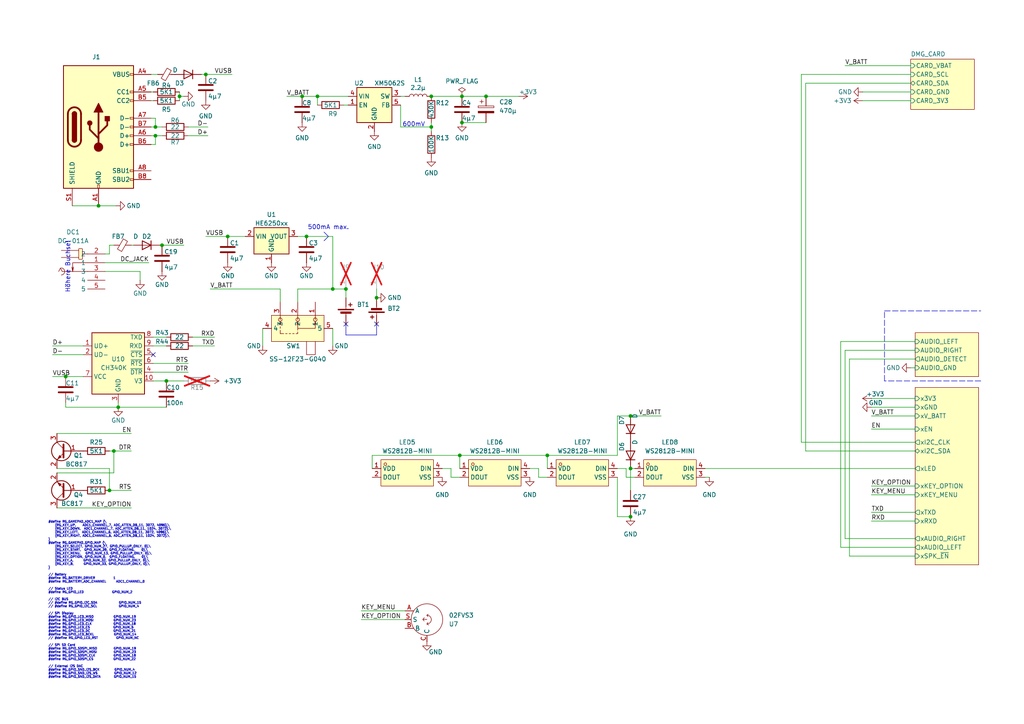
<source format=kicad_sch>
(kicad_sch (version 20231120) (generator "eeschema") (generator_version "8.0")
  (paper "A4")
  (lib_symbols
    (symbol "Connector:Conn_01x01_Pin" (pin_names (offset 1.016) hide)
      (property "Reference" "J" (at 0 2.54 0))
      (property "Value" "Conn_01x01_Pin" (at 0 -2.54 0))
      (symbol "Conn_01x01_Pin_1_1"
        (pin passive line (at 5.08 0 180) (length 3.81) (name "Pin_1") (number "1"))
      )
    )
    (symbol "Connector:USB_C_Receptacle_USB2.0_16P" (pin_names (offset 1.016))
      (property "Reference" "J" (at 0 22.225 0))
      (property "Value" "USB_C_Receptacle_USB2.0_16P" (at 0 19.685 0))
      (symbol "USB_C_Receptacle_USB2.0_16P_1_1"
        (pin passive line (at 0 -22.86 90) (length 5.08) (name "GND") (number "A1"))
        (pin passive line (at 0 -22.86 90) (length 5.08) hide (name "GND") (number "A12"))
        (pin passive line (at 15.24 15.24 180) (length 5.08) (name "VBUS") (number "A4"))
        (pin bidirectional line (at 15.24 10.16 180) (length 5.08) (name "CC1") (number "A5"))
        (pin bidirectional line (at 15.24 -2.54 180) (length 5.08) (name "D+") (number "A6"))
        (pin bidirectional line (at 15.24 2.54 180) (length 5.08) (name "D-") (number "A7"))
        (pin bidirectional line (at 15.24 -12.7 180) (length 5.08) (name "SBU1") (number "A8"))
        (pin passive line (at 15.24 15.24 180) (length 5.08) hide (name "VBUS") (number "A9"))
        (pin passive line (at 0 -22.86 90) (length 5.08) hide (name "GND") (number "B1"))
        (pin passive line (at 0 -22.86 90) (length 5.08) hide (name "GND") (number "B12"))
        (pin passive line (at 15.24 15.24 180) (length 5.08) hide (name "VBUS") (number "B4"))
        (pin bidirectional line (at 15.24 7.62 180) (length 5.08) (name "CC2") (number "B5"))
        (pin bidirectional line (at 15.24 -5.08 180) (length 5.08) (name "D+") (number "B6"))
        (pin bidirectional line (at 15.24 0 180) (length 5.08) (name "D-") (number "B7"))
        (pin bidirectional line (at 15.24 -15.24 180) (length 5.08) (name "SBU2") (number "B8"))
        (pin passive line (at 15.24 15.24 180) (length 5.08) hide (name "VBUS") (number "B9"))
        (pin passive line (at -7.62 -22.86 90) (length 5.08) (name "SHIELD") (number "S1"))
      )
    )
    (symbol "Device:Battery_Cell" (pin_numbers hide) (pin_names (offset 0) hide)
      (property "Reference" "BT" (at 2.54 2.54 0))
      (property "Value" "Battery_Cell" (at 2.54 0 0))
      (symbol "Battery_Cell_1_1"
        (pin passive line (at 0 5.08 270) (length 2.54) (name "+") (number "1"))
        (pin passive line (at 0 -2.54 90) (length 2.54) (name "-") (number "2"))
      )
    )
    (symbol "Device:C" (pin_numbers hide) (pin_names (offset 0.254))
      (property "Reference" "C" (at 0.635 2.54 0))
      (property "Value" "C" (at 0.635 -2.54 0))
      (symbol "C_1_1"
        (pin passive line (at 0 3.81 270) (length 2.794) (name "~") (number "1"))
        (pin passive line (at 0 -3.81 90) (length 2.794) (name "~") (number "2"))
      )
    )
    (symbol "Device:C_Polarized" (pin_numbers hide) (pin_names (offset 0.254))
      (property "Reference" "C" (at 0.635 2.54 0))
      (property "Value" "C_Polarized" (at 0.635 -2.54 0))
      (symbol "C_Polarized_1_1"
        (pin passive line (at 0 3.81 270) (length 2.794) (name "~") (number "1"))
        (pin passive line (at 0 -3.81 90) (length 2.794) (name "~") (number "2"))
      )
    )
    (symbol "Device:D" (pin_numbers hide) (pin_names (offset 1.016) hide)
      (property "Reference" "D" (at 0 2.54 0))
      (property "Value" "D" (at 0 -2.54 0))
      (symbol "D_1_1"
        (pin passive line (at -3.81 0 0) (length 2.54) (name "K") (number "1"))
        (pin passive line (at 3.81 0 180) (length 2.54) (name "A") (number "2"))
      )
    )
    (symbol "Device:FerriteBead_Small" (pin_numbers hide) (pin_names (offset 0))
      (property "Reference" "FB" (at 1.905 1.27 0))
      (property "Value" "FerriteBead_Small" (at 1.905 -1.27 0))
      (symbol "FerriteBead_Small_1_1"
        (pin passive line (at 0 2.54 270) (length 1.27) (name "~") (number "1"))
        (pin passive line (at 0 -2.54 90) (length 1.27) (name "~") (number "2"))
      )
    )
    (symbol "Device:L" (pin_numbers hide) (pin_names (offset 1.016) hide)
      (property "Reference" "L" (at -1.27 0 90))
      (property "Value" "L" (at 1.905 0 90))
      (symbol "L_1_1"
        (pin passive line (at 0 3.81 270) (length 1.27) (name "1") (number "1"))
        (pin passive line (at 0 -3.81 90) (length 1.27) (name "2") (number "2"))
      )
    )
    (symbol "Device:R" (pin_numbers hide) (pin_names (offset 0))
      (property "Reference" "R" (at 2.032 0 90))
      (property "Value" "R" (at 0 0 90))
      (symbol "R_1_1"
        (pin passive line (at 0 3.81 270) (length 1.27) (name "~") (number "1"))
        (pin passive line (at 0 -3.81 90) (length 1.27) (name "~") (number "2"))
      )
    )
    (symbol "Regulator_Linear:HT75xx-1-SOT89"
      (property "Reference" "U" (at -5.08 -3.81 0))
      (property "Value" "HT75xx-1-SOT89" (at 0 6.35 0))
      (symbol "HT75xx-1-SOT89_1_1"
        (pin power_in line (at 0 -5.08 90) (length 2.54) (name "GND") (number "1"))
        (pin power_in line (at -7.62 2.54 0) (length 2.54) (name "VIN") (number "2"))
        (pin power_out line (at 7.62 2.54 180) (length 2.54) (name "VOUT") (number "3"))
      )
    )
    (symbol "Regulator_Switching:TLV62568DBV"
      (property "Reference" "U" (at -5.08 6.35 0))
      (property "Value" "TLV62568DBV" (at 0 6.35 0))
      (symbol "TLV62568DBV_1_1"
        (pin input line (at -7.62 0 0) (length 2.54) (name "EN") (number "1"))
        (pin power_in line (at 0 -7.62 90) (length 2.54) (name "GND") (number "2"))
        (pin power_out line (at 7.62 2.54 180) (length 2.54) (name "SW") (number "3"))
        (pin power_in line (at -7.62 2.54 0) (length 2.54) (name "VIN") (number "4"))
        (pin input line (at 7.62 0 180) (length 2.54) (name "FB") (number "5"))
      )
    )
    (symbol "Transistor_BJT:BC817" (pin_names (offset 0) hide)
      (property "Reference" "Q" (at 5.08 1.905 0))
      (property "Value" "BC817" (at 5.08 0 0))
      (symbol "BC817_1_1"
        (pin input line (at -5.08 0 0) (length 5.715) (name "B") (number "1"))
        (pin passive line (at 2.54 -5.08 90) (length 2.54) (name "E") (number "2"))
        (pin passive line (at 2.54 5.08 270) (length 2.54) (name "C") (number "3"))
      )
    )
    (symbol "easyeda2kicad:DC-011A"
      (property "Reference" "DC" (at 0 7.62 0))
      (property "Value" "DC-011A" (at 0 -12.7 0))
      (symbol "DC-011A_0_1"
        (pin unspecified line (at 6.35 0 180) (length 5.08) (name "1") (number "1"))
        (pin unspecified line (at 6.35 2.54 180) (length 5.08) (name "2") (number "2"))
        (pin unspecified line (at 6.35 -2.54 180) (length 5.08) (name "3") (number "3"))
        (pin unspecified line (at 6.35 -5.08 180) (length 5.08) (name "4") (number "4"))
        (pin unspecified line (at 6.35 -7.62 180) (length 5.08) (name "5") (number "5"))
      )
    )
    (symbol "easyeda2kicad:SS-12F23-G040"
      (property "Reference" "SW" (at 0 5.08 0))
      (property "Value" "SS-12F23-G040" (at 0 -12.7 0))
      (symbol "SS-12F23-G040_0_1"
        (pin unspecified line (at -5.08 -7.62 90) (length 5.08) (name "1") (number "1"))
        (pin unspecified line (at 0 -7.62 90) (length 5.08) (name "2") (number "2"))
        (pin unspecified line (at 5.08 -7.62 90) (length 5.08) (name "3") (number "3"))
        (pin unspecified line (at 10.16 0 180) (length 2.54) (name "4") (number "4"))
        (pin unspecified line (at -10.16 0 0) (length 2.54) (name "5") (number "5"))
      )
    )
    (symbol "easyeda2kicad:WS2812B-MINI"
      (property "Reference" "LED" (at 0 6.35 0))
      (property "Value" "WS2812B-MINI" (at 0 -6.35 0))
      (symbol "WS2812B-MINI_0_1"
        (pin unspecified line (at -10.16 1.27 0) (length 2.54) (name "VDD") (number "1"))
        (pin unspecified line (at -10.16 -1.27 0) (length 2.54) (name "DOUT") (number "2"))
        (pin unspecified line (at 10.16 -1.27 180) (length 2.54) (name "VSS") (number "3"))
        (pin unspecified line (at 10.16 1.27 180) (length 2.54) (name "DIN") (number "4"))
      )
    )
    (symbol "power:+3V3" (power) (pin_numbers hide) (pin_names (offset 0) hide)
      (property "Value" "+3V3" (at 0 3.556 0))
      (symbol "+3V3_1_1"
        (pin power_in line (at 0 0 90) (length 0) (name "~") (number "1"))
      )
    )
    (symbol "power:GND" (power) (pin_numbers hide) (pin_names (offset 0) hide)
      (property "Value" "GND" (at 0 -3.81 0))
      (symbol "GND_1_1"
        (pin power_in line (at 0 0 270) (length 0) (name "~") (number "1"))
      )
    )
    (symbol "power:PWR_FLAG" (power) (pin_numbers hide) (pin_names (offset 0) hide)
      (property "Value" "PWR_FLAG" (at 0 3.81 0))
      (symbol "PWR_FLAG_0_0"
        (pin power_out line (at 0 0 90) (length 0) (name "pwr") (number "1"))
      )
    )
    (symbol "theBrutzler:02FVS3"
      (property "Reference" "U" (at 0 7.62 0))
      (property "Value" "02FVS3" (at 0 10.16 0))
      (symbol "02FVS3_1_1"
        (pin open_collector line (at 6.35 5.08 180) (length 2.4) (name "A") (number "A"))
        (pin open_collector line (at 6.35 0 180) (length 2.4) (name "B") (number "B"))
        (pin power_in line (at 0 -3.81 90) (length 1.7) (name "C") (number "C"))
        (pin open_collector line (at 6.35 2.54 180) (length 1.7) (name "S") (number "S"))
      )
    )
    (symbol "theBrutzler:CH340K"
      (property "Reference" "U4" (at -1.27 -2.54 0))
      (property "Value" "CH340K" (at -1.27 -5.08 0))
      (symbol "CH340K_1_1"
        (pin bidirectional line (at -10.16 1.27 0) (length 2.54) (name "UD+") (number "1"))
        (pin passive line (at 10.16 -8.89 180) (length 2.54) (name "V3") (number "10"))
        (pin bidirectional line (at -10.16 -1.27 0) (length 2.54) (name "UD-") (number "2"))
        (pin power_in line (at 0 -15.24 90) (length 2.54) (name "GND") (number "3"))
        (pin output line (at 10.16 -6.35 180) (length 2.54) (name "~{DTR}") (number "4"))
        (pin input line (at 10.16 -1.27 180) (length 2.54) (name "~{CTS}") (number "5"))
        (pin output line (at 10.16 -3.81 180) (length 2.54) (name "~{RTS}") (number "6"))
        (pin power_in line (at -10.16 -7.62 0) (length 2.54) (name "VCC") (number "7"))
        (pin output line (at 10.16 3.81 180) (length 2.54) (name "TXD") (number "8"))
        (pin input line (at 10.16 1.27 180) (length 2.54) (name "RXD") (number "9"))
        (pin power_in line (at 0 -15.24 90) (length 2.54) hide (name "GND") (number "PAD"))
      )
    )
  )
  (junction (at 133.35 132.08))
  (junction (at 133.985 35.56))
  (junction (at 87.63 27.94))
  (junction (at 125.095 36.83) (diameter 0.9144))
  (junction (at 100.33 83.82))
  (junction (at 48.26 110.49))
  (junction (at 92.075 27.94))
  (junction (at 31.75 142.24))
  (junction (at 140.97 27.94))
  (junction (at 182.88 149.86))
  (junction (at 46.99 71.12))
  (junction (at 133.985 27.94) (diameter 0.9144))
  (junction (at 66.04 68.58))
  (junction (at 34.29 118.11))
  (junction (at 45.085 36.83))
  (junction (at 52.07 27.94))
  (junction (at 33.02 130.81))
  (junction (at 158.75 132.08))
  (junction (at 59.69 21.59))
  (junction (at 28.575 59.69))
  (junction (at 109.22 86.36))
  (junction (at 182.88 135.89))
  (junction (at 88.9 68.58))
  (junction (at 19.05 109.22))
  (junction (at 96.52 83.82))
  (junction (at 125.095 27.94))
  (junction (at 182.88 120.65))
  (junction (at 45.085 39.37))
  (no_connect (at 109.22 93.98))
  (no_connect (at 100.33 93.98))
  (no_connect (at 44.45 102.87))
  (wire (pts (xy 265.43 128.27) (xy 232.41 128.27)))
  (wire (pts (xy 86.36 83.82) (xy 96.52 83.82)))
  (wire (pts (xy 38.1 71.12) (xy 38.735 71.12)))
  (wire (pts (xy 179.07 138.43) (xy 179.07 149.86)))
  (wire (pts (xy 133.35 132.08) (xy 133.35 135.89)))
  (wire (pts (xy 245.11 156.21) (xy 245.11 101.6)))
  (wire (pts (xy 31.75 142.24) (xy 38.1 142.24)))
  (wire (pts (xy 76.2 95.25) (xy 76.2 100.33)))
  (wire (pts (xy 92.075 27.94) (xy 100.965 27.94)))
  (wire (pts (xy 45.085 34.29) (xy 45.085 36.83)))
  (wire (pts (xy 44.45 110.49) (xy 48.26 110.49)))
  (wire (pts (xy 38.1 147.32) (xy 16.51 147.32)))
  (wire (pts (xy 96.52 68.58) (xy 96.52 83.82)))
  (wire (pts (xy 53.34 27.94) (xy 52.07 27.94)))
  (wire (pts (xy 181.61 138.43) (xy 184.15 138.43)))
  (wire (pts (xy 31.75 71.12) (xy 31.75 73.66)))
  (wire (pts (xy 52.07 27.94) (xy 52.07 29.21)))
  (wire (pts (xy 130.81 138.43) (xy 133.35 138.43)))
  (wire (pts (xy 252.73 140.97) (xy 265.43 140.97)))
  (wire (pts (xy 246.38 104.14) (xy 246.38 161.29)))
  (wire (pts (xy 44.45 100.33) (xy 48.26 100.33)))
  (wire (pts (xy 59.69 21.59) (xy 67.31 21.59)))
  (wire (pts (xy 83.185 27.94) (xy 87.63 27.94)))
  (wire (pts (xy 43.815 21.59) (xy 45.72 21.59)))
  (wire (pts (xy 86.36 68.58) (xy 88.9 68.58)))
  (wire (pts (xy 55.88 100.33) (xy 62.23 100.33)))
  (wire (pts (xy 30.48 76.2) (xy 43.18 76.2)))
  (wire (pts (xy 53.34 110.49) (xy 48.26 110.49)))
  (wire (pts (xy 20.955 59.69) (xy 28.575 59.69)))
  (polyline (pts (xy 93.98 67.31) (xy 95.25 68.58)))
  (wire (pts (xy 179.07 132.08) (xy 179.07 120.65)))
  (wire (pts (xy 243.84 158.75) (xy 265.43 158.75)))
  (wire (pts (xy 245.11 101.6) (xy 265.43 101.6)))
  (wire (pts (xy 44.45 105.41) (xy 54.61 105.41)))
  (wire (pts (xy 233.68 130.81) (xy 265.43 130.81)))
  (wire (pts (xy 156.21 135.89) (xy 156.21 138.43)))
  (wire (pts (xy 30.48 78.74) (xy 40.64 78.74)))
  (wire (pts (xy 125.095 36.83) (xy 125.095 38.1)))
  (wire (pts (xy 104.775 179.705) (xy 117.475 179.705)))
  (wire (pts (xy 31.75 130.81) (xy 33.02 130.81)))
  (wire (pts (xy 15.24 109.22) (xy 19.05 109.22)))
  (wire (pts (xy 16.51 135.89) (xy 31.75 135.89)))
  (polyline (pts (xy 256.54 90.17) (xy 284.48 90.17)) (stroke (width 0) (type dash)))
  (wire (pts (xy 54.61 36.83) (xy 60.325 36.83)))
  (wire (pts (xy 19.05 118.11) (xy 19.05 116.84)))
  (wire (pts (xy 15.24 102.87) (xy 24.13 102.87)))
  (wire (pts (xy 252.73 118.11) (xy 265.43 118.11)))
  (wire (pts (xy 45.085 39.37) (xy 45.085 41.91)))
  (wire (pts (xy 31.75 73.66) (xy 30.48 73.66)))
  (wire (pts (xy 252.73 148.59) (xy 265.43 148.59)))
  (wire (pts (xy 233.68 24.13) (xy 264.16 24.13)))
  (wire (pts (xy 264.16 106.68) (xy 265.43 106.68)))
  (wire (pts (xy 33.02 130.81) (xy 33.02 137.16)))
  (wire (pts (xy 15.24 100.33) (xy 24.13 100.33)))
  (wire (pts (xy 243.84 99.06) (xy 243.84 158.75)))
  (wire (pts (xy 252.73 124.46) (xy 265.43 124.46)))
  (wire (pts (xy 55.88 97.79) (xy 62.23 97.79)))
  (wire (pts (xy 43.815 39.37) (xy 45.085 39.37)))
  (wire (pts (xy 45.085 36.83) (xy 46.99 36.83)))
  (wire (pts (xy 43.815 36.83) (xy 45.085 36.83)))
  (wire (pts (xy 252.73 143.51) (xy 265.43 143.51)))
  (wire (pts (xy 43.815 29.21) (xy 44.45 29.21)))
  (wire (pts (xy 81.28 87.63) (xy 81.28 83.82)))
  (wire (pts (xy 265.43 104.14) (xy 246.38 104.14)))
  (wire (pts (xy 232.41 21.59) (xy 264.16 21.59)))
  (wire (pts (xy 233.68 24.13) (xy 233.68 130.81)))
  (wire (pts (xy 158.75 132.08) (xy 179.07 132.08)))
  (wire (pts (xy 28.575 59.69) (xy 33.655 59.69)))
  (wire (pts (xy 44.45 97.79) (xy 48.26 97.79)))
  (wire (pts (xy 250.19 26.67) (xy 264.16 26.67)))
  (wire (pts (xy 58.42 21.59) (xy 59.69 21.59)))
  (wire (pts (xy 86.36 83.82) (xy 86.36 87.63)))
  (wire (pts (xy 133.35 132.08) (xy 158.75 132.08)))
  (wire (pts (xy 140.97 27.94) (xy 133.985 27.94)))
  (wire (pts (xy 232.41 128.27) (xy 232.41 21.59)))
  (wire (pts (xy 46.99 71.12) (xy 53.34 71.12)))
  (wire (pts (xy 99.695 30.48) (xy 100.965 30.48)))
  (wire (pts (xy 153.67 135.89) (xy 156.21 135.89)))
  (wire (pts (xy 265.43 156.21) (xy 245.11 156.21)))
  (wire (pts (xy 179.07 120.65) (xy 182.88 120.65)))
  (wire (pts (xy 109.22 83.82) (xy 109.22 86.36)))
  (wire (pts (xy 130.81 135.89) (xy 130.81 138.43)))
  (wire (pts (xy 33.02 71.12) (xy 31.75 71.12)))
  (polyline (pts (xy 100.33 97.155) (xy 109.22 97.155)))
  (wire (pts (xy 31.75 135.89) (xy 31.75 142.24)))
  (wire (pts (xy 46.355 71.12) (xy 46.99 71.12)))
  (wire (pts (xy 48.26 118.11) (xy 34.29 118.11)))
  (wire (pts (xy 182.88 142.24) (xy 182.88 135.89)))
  (wire (pts (xy 43.815 26.67) (xy 44.45 26.67)))
  (wire (pts (xy 252.73 151.13) (xy 265.43 151.13)))
  (wire (pts (xy 104.775 177.165) (xy 117.475 177.165)))
  (wire (pts (xy 156.21 138.43) (xy 158.75 138.43)))
  (wire (pts (xy 59.69 68.58) (xy 66.04 68.58)))
  (wire (pts (xy 96.52 95.25) (xy 96.52 100.33)))
  (wire (pts (xy 205.74 138.43) (xy 204.47 138.43)))
  (wire (pts (xy 100.33 86.36) (xy 100.33 83.82)))
  (wire (pts (xy 45.085 39.37) (xy 46.99 39.37)))
  (polyline (pts (xy 100.33 93.98) (xy 100.33 97.155)))
  (wire (pts (xy 252.73 115.57) (xy 265.43 115.57)))
  (wire (pts (xy 43.815 34.29) (xy 45.085 34.29)))
  (wire (pts (xy 128.27 135.89) (xy 130.81 135.89)))
  (wire (pts (xy 88.9 68.58) (xy 96.52 68.58)))
  (wire (pts (xy 44.45 107.95) (xy 54.61 107.95)))
  (wire (pts (xy 116.205 30.48) (xy 116.205 36.83)))
  (wire (pts (xy 265.43 99.06) (xy 243.84 99.06)))
  (wire (pts (xy 252.73 120.65) (xy 265.43 120.65)))
  (wire (pts (xy 34.29 118.11) (xy 19.05 118.11)))
  (wire (pts (xy 250.19 29.21) (xy 264.16 29.21)))
  (wire (pts (xy 19.05 109.22) (xy 24.13 109.22)))
  (wire (pts (xy 16.51 125.73) (xy 38.1 125.73)))
  (polyline (pts (xy 93.98 69.85) (xy 95.25 68.58)))
  (wire (pts (xy 117.475 27.94) (xy 116.205 27.94)))
  (wire (pts (xy 92.075 27.94) (xy 92.075 30.48)))
  (wire (pts (xy 191.77 120.65) (xy 182.88 120.65)))
  (polyline (pts (xy 256.54 110.49) (xy 256.54 90.17)) (stroke (width 0) (type dash)))
  (wire (pts (xy 179.07 135.89) (xy 181.61 135.89)))
  (wire (pts (xy 182.88 135.89) (xy 184.15 135.89)))
  (wire (pts (xy 125.095 27.94) (xy 133.985 27.94)))
  (wire (pts (xy 34.29 118.11) (xy 34.29 116.84)))
  (wire (pts (xy 66.04 68.58) (xy 71.12 68.58)))
  (wire (pts (xy 150.495 27.94) (xy 140.97 27.94)))
  (wire (pts (xy 96.52 83.82) (xy 100.33 83.82)))
  (wire (pts (xy 245.11 19.05) (xy 264.16 19.05)))
  (wire (pts (xy 158.75 132.08) (xy 158.75 135.89)))
  (wire (pts (xy 54.61 39.37) (xy 60.325 39.37)))
  (wire (pts (xy 33.02 130.81) (xy 38.1 130.81)))
  (polyline (pts (xy 284.48 110.49) (xy 256.54 110.49)) (stroke (width 0) (type dash)))
  (wire (pts (xy 133.985 35.56) (xy 140.97 35.56)))
  (wire (pts (xy 179.07 149.86) (xy 182.88 149.86)))
  (wire (pts (xy 87.63 27.94) (xy 92.075 27.94)))
  (wire (pts (xy 60.96 83.82) (xy 81.28 83.82)))
  (wire (pts (xy 116.205 36.83) (xy 125.095 36.83)))
  (polyline (pts (xy 109.22 93.98) (xy 109.22 97.155)))
  (wire (pts (xy 204.47 135.89) (xy 265.43 135.89)))
  (wire (pts (xy 43.815 41.91) (xy 45.085 41.91)))
  (wire (pts (xy 181.61 135.89) (xy 181.61 138.43)))
  (wire (pts (xy 107.95 135.89) (xy 107.95 132.08)))
  (wire (pts (xy 125.095 35.56) (xy 125.095 36.83)))
  (wire (pts (xy 16.51 137.16) (xy 33.02 137.16)))
  (wire (pts (xy 40.64 81.28) (xy 40.64 78.74)))
  (wire (pts (xy 52.07 26.67) (xy 52.07 27.94)))
  (wire (pts (xy 107.95 132.08) (xy 133.35 132.08)))
  (wire (pts (xy 246.38 161.29) (xy 265.43 161.29)))
  (text "600mV" (at 120.015 36.195 0) (effects (font (size 1.27 1.27))))
  (text "#define RG_GAMEPAD_ADC1_MAP {\\\n    {RG_KEY_UP,    ADC1_CHANNEL_7, ADC_ATTEN_DB_11, 3072, 4096},\\\n    {RG_KEY_DOWN,  ADC1_CHANNEL_7, ADC_ATTEN_DB_11, 1024, 3072},\\\n    {RG_KEY_LEFT,  ADC1_CHANNEL_6, ADC_ATTEN_DB_11, 3072, 4096},\\\n    {RG_KEY_RIGHT, ADC1_CHANNEL_6, ADC_ATTEN_DB_11, 1024, 3072},\\\n}\n#define RG_GAMEPAD_GPIO_MAP {\\\n    {RG_KEY_SELECT, GPIO_NUM_27, GPIO_PULLUP_ONLY, 0},\\\n    {RG_KEY_START,  GPIO_NUM_39, GPIO_FLOATING,    0},\\\n    {RG_KEY_MENU,   GPIO_NUM_13, GPIO_PULLUP_ONLY, 0},\\\n    {RG_KEY_OPTION, GPIO_NUM_0,  GPIO_FLOATING,    0},\\\n    {RG_KEY_A,      GPIO_NUM_32, GPIO_PULLUP_ONLY, 0},\\\n    {RG_KEY_B,      GPIO_NUM_33, GPIO_PULLUP_ONLY, 0},\\\n}\n\n// Battery\n#define RG_BATTERY_DRIVER           1\n#define RG_BATTERY_ADC_CHANNEL      ADC1_CHANNEL_0\n\n// Status LED\n#define RG_GPIO_LED                 GPIO_NUM_2\n\n// I2C BUS\n// #define RG_GPIO_I2C_SDA             GPIO_NUM_15\n// #define RG_GPIO_I2C_SCL             GPIO_NUM_4\n\n// SPI Display\n#define RG_GPIO_LCD_MISO            GPIO_NUM_19\n#define RG_GPIO_LCD_MOSI            GPIO_NUM_23\n#define RG_GPIO_LCD_CLK             GPIO_NUM_18\n#define RG_GPIO_LCD_CS              GPIO_NUM_5\n#define RG_GPIO_LCD_DC              GPIO_NUM_21\n#define RG_GPIO_LCD_BCKL            GPIO_NUM_14\n// #define RG_GPIO_LCD_RST           GPIO_NUM_NC\n\n// SPI SD Card\n#define RG_GPIO_SDSPI_MISO          GPIO_NUM_19\n#define RG_GPIO_SDSPI_MOSI          GPIO_NUM_23\n#define RG_GPIO_SDSPI_CLK           GPIO_NUM_18\n#define RG_GPIO_SDSPI_CS            GPIO_NUM_22\n\n// External I2S DAC\n#define RG_GPIO_SND_I2S_BCK         GPIO_NUM_4\n#define RG_GPIO_SND_I2S_WS          GPIO_NUM_12\n#define RG_GPIO_SND_I2S_DATA        GPIO_NUM_15" (at 13.97 173.99 0) (effects (font (size 0.635 0.635)) (justify left)))
  (text "500mA max." (at 95.25 66.04 0) (effects (font (size 1.27 1.27))))
  (text "Höhere Buchse!" (at 19.685 77.47 90) (effects (font (size 1.27 1.27))))
  (label "VUSB" (at 15.24 109.22 0))
  (label "RXD" (at 62.23 97.79 180))
  (label "EN" (at 252.73 124.46 0))
  (label "DTR" (at 54.61 107.95 180))
  (label "VUSB" (at 59.69 68.58 0))
  (label "D+" (at 15.24 100.33 0))
  (label "TXD" (at 62.23 100.33 180))
  (label "EN" (at 38.1 125.73 180))
  (label "DTR" (at 38.1 130.81 180))
  (label "V_BATT" (at 191.77 120.65 180))
  (label "RXD" (at 252.73 151.13 0))
  (label "DC_JACK" (at 43.18 76.2 180))
  (label "KEY_OPTION" (at 104.775 179.705 0))
  (label "V_BATT" (at 83.185 27.94 0))
  (label "KEY_MENU" (at 104.775 177.165 0))
  (label "D-" (at 15.24 102.87 0))
  (label "RTS" (at 38.1 142.24 180))
  (label "V_BATT" (at 252.73 120.65 0))
  (label "RTS" (at 54.61 105.41 180))
  (label "KEY_OPTION" (at 252.73 140.97 0))
  (label "V_BATT" (at 60.96 83.82 0))
  (label "VUSB" (at 53.34 71.12 180))
  (label "KEY_MENU" (at 252.73 143.51 0))
  (label "KEY_OPTION" (at 38.1 147.32 180))
  (label "D-" (at 60.325 36.83 180))
  (label "V_BATT" (at 245.11 19.05 0))
  (label "TXD" (at 252.73 148.59 0))
  (label "D+" (at 60.325 39.37 180))
  (label "VUSB" (at 67.31 21.59 180))
  (symbol (lib_id "easyeda2kicad:DC-011A") (at 24.13 76.2 0) (unit 1)
    (property "Reference" "DC1" (at 21.21 67.31 0))
    (property "Value" "DC-011A" (at 21.21 69.85 0))
    (property "Footprint" "easyeda2kicad:DC-IN-TH_DC-011A" (effects (hide yes)))
    (property "Datasheet" "https://www.lcsc.com/datasheet/lcsc_datasheet_2110111230_XKB-Connection-DC-011A_C480366.pdf" (effects (hide yes)))
    (property "SOURCED" "jop" (effects (hide yes)))
    (property "LCSC" "C480366" (effects (hide yes)))
  )
  (symbol (lib_id "Connector:Conn_01x01_Pin") (at 100.33 78.74 270) (unit 1) (dnp yes)
    (property "Reference" "J9" (at 99.06 77.47 90) (effects (justify left)))
    (property "Value" "Conn_01x01_Pin" (effects (hide yes)))
    (property "Footprint" "TheBrutzlers_Lib:NINTENDO_PLUS" (effects (hide yes)))
    (property "Description" "Generic connector, single row, 01x01, script generated" (effects (hide yes)))
  )
  (symbol (lib_id "power:GND") (at 128.27 138.43 0) (unit 1)
    (property "Reference" "#PWR057" (effects (hide yes)))
    (property "Value" "GND" (at 128.27 143.51 0))
    (property "Description" "Power symbol creates a global label with name \"GND\" , ground" (effects (hide yes)))
  )
  (symbol (lib_id "power:GND") (at 205.74 138.43 0) (unit 1)
    (property "Reference" "#PWR059" (effects (hide yes)))
    (property "Value" "GND" (at 205.74 143.51 0))
    (property "Description" "Power symbol creates a global label with name \"GND\" , ground" (effects (hide yes)))
  )
  (symbol (lib_id "Device:C") (at 19.05 113.03 0) (unit 1)
    (property "Reference" "C11" (at 19.05 111.125 0) (effects (justify left)))
    (property "Value" "4µ7" (at 19.05 115.57 0) (effects (justify left)))
    (property "Footprint" "Capacitor_SMD:C_1206_3216Metric" (effects (hide yes)))
    (property "Description" "25V" (effects (hide yes)))
    (property "LCSC" "C282809" (effects (hide yes)))
    (property "SOURCED" "jop" (effects (hide yes)))
  )
  (symbol (lib_id "Device:C") (at 59.69 25.4 0) (unit 1)
    (property "Reference" "C2" (at 60.325 23.495 0) (effects (justify left)))
    (property "Value" "4µ7" (at 60.325 27.94 0) (effects (justify left)))
    (property "Footprint" "Capacitor_SMD:C_1206_3216Metric" (effects (hide yes)))
    (property "Description" "25V" (effects (hide yes)))
    (property "LCSC" "C282809" (effects (hide yes)))
    (property "SOURCED" "jop" (effects (hide yes)))
  )
  (symbol (lib_id "Regulator_Switching:TLV62568DBV") (at 108.585 30.48 0) (unit 1)
    (property "Reference" "U2" (at 104.14 24.13 0))
    (property "Value" "XM5062S" (at 113.03 24.13 0))
    (property "Footprint" "Package_TO_SOT_SMD:SOT-23-5" (effects (hide yes)))
    (property "Datasheet" "https://datasheet.lcsc.com/lcsc/2111231130_XySemi-XM5062S-ADJ_C2924930.pdf" (effects (hide yes)))
    (property "LCSC" "C2924930" (effects (hide yes)))
    (property "SOURCED" "jop" (effects (hide yes)))
  )
  (symbol (lib_id "power:GND") (at 252.73 118.11 270) (mirror x) (unit 1)
    (property "Reference" "#PWR053" (effects (hide yes)))
    (property "Value" "GND" (at 254 116.84 90))
  )
  (symbol (lib_id "Device:R") (at 50.8 39.37 90) (unit 1)
    (property "Reference" "R7" (at 50.8 41.275 90))
    (property "Value" "22" (at 50.8 39.37 90))
    (property "Footprint" "Resistor_SMD:R_0603_1608Metric_Pad0.98x0.95mm_HandSolder" (effects (hide yes)))
    (property "LCSC" "C1203" (effects (hide yes)))
    (property "SOURCED" "jop" (effects (hide yes)))
  )
  (symbol (lib_id "Device:R") (at 52.07 100.33 270) (unit 1)
    (property "Reference" "R44" (at 46.99 99.06 90))
    (property "Value" "22" (at 52.07 100.33 90))
    (property "Footprint" "Resistor_SMD:R_0603_1608Metric_Pad0.98x0.95mm_HandSolder" (effects (hide yes)))
    (property "LCSC" "C1203" (effects (hide yes)))
    (property "SOURCED" "jop" (effects (hide yes)))
  )
  (symbol (lib_id "Device:R") (at 27.94 142.24 270) (unit 1)
    (property "Reference" "R31" (at 27.94 139.7 90))
    (property "Value" "5K1" (at 27.94 142.24 90))
    (property "Footprint" "Resistor_SMD:R_0603_1608Metric_Pad0.98x0.95mm_HandSolder" (effects (hide yes)))
    (property "LCSC" "C26000" (effects (hide yes)))
    (property "SOURCED" "jop" (effects (hide yes)))
  )
  (symbol (lib_id "easyeda2kicad:WS2812B-MINI") (at 168.91 137.16 0) (unit 1)
    (property "Reference" "LED7" (at 168.91 128.27 0))
    (property "Value" "WS2812B-MINI" (at 168.91 130.81 0))
    (property "Footprint" "easyeda2kicad:LED-SMD_4P-L3.5-W3.5-TL_WS2812B" (effects (hide yes)))
    (property "Datasheet" "https://lcsc.com/product-detail/Light-Emitting-Diodes-LED_Worldsemi-WS2812B-Mini_C527089.html" (effects (hide yes)))
    (property "LCSC" "C527089" (effects (hide yes)))
  )
  (symbol (lib_id "Regulator_Linear:HT75xx-1-SOT89") (at 78.74 71.12 0) (unit 1)
    (property "Reference" "U1" (at 78.74 62.23 0))
    (property "Value" "HE6250xx" (at 78.74 64.77 0))
    (property "Footprint" "Package_TO_SOT_SMD:SOT-89-3" (effects (hide yes)))
    (property "Datasheet" "https://www.lcsc.com/datasheet/lcsc_datasheet_2007271206_HEERMICR-HE6250MPR_C711940.pdf" (effects (hide yes)))
    (property "Description" "500mA Low Dropout Voltage Regulator, Fixed Output, SOT89" (effects (hide yes)))
    (property "LCSC" "C711940" (effects (hide yes)))
    (property "SOURCED" "jop" (effects (hide yes)))
  )
  (symbol (lib_id "power:GND") (at 264.16 106.68 270) (mirror x) (unit 1)
    (property "Reference" "#PWR031" (effects (hide yes)))
    (property "Value" "GND" (at 259.08 106.68 90))
  )
  (symbol (lib_id "Device:FerriteBead_Small") (at 35.56 71.12 90) (unit 1)
    (property "Reference" "FB7" (at 34.29 68.58 90))
    (property "Value" "FerriteBead_Small" (effects (hide yes)))
    (property "Footprint" "Inductor_SMD:L_0805_2012Metric" (effects (hide yes)))
    (property "Description" "600R 100MHz 100mOhm 2Amp" (effects (hide yes)))
    (property "LCSC" "C963878" (effects (hide yes)))
    (property "SOURCED" "jop" (effects (hide yes)))
  )
  (symbol (lib_id "power:GND") (at 59.69 29.21 0) (unit 1)
    (property "Reference" "#PWR07" (effects (hide yes)))
    (property "Value" "GND" (at 59.69 33.655 0))
    (property "Description" "Power symbol creates a global label with name \"GND\" , ground" (effects (hide yes)))
  )
  (symbol (lib_id "power:GND") (at 182.88 149.86 0) (unit 1)
    (property "Reference" "#PWR025" (effects (hide yes)))
    (property "Value" "GND" (at 182.88 154.94 0))
    (property "Description" "Power symbol creates a global label with name \"GND\" , ground" (effects (hide yes)))
  )
  (symbol (lib_id "Device:R") (at 52.07 97.79 270) (unit 1)
    (property "Reference" "R43" (at 46.99 96.52 90))
    (property "Value" "22" (at 52.07 97.79 90))
    (property "Footprint" "Resistor_SMD:R_0603_1608Metric_Pad0.98x0.95mm_HandSolder" (effects (hide yes)))
    (property "LCSC" "C1203" (effects (hide yes)))
    (property "SOURCED" "jop" (effects (hide yes)))
  )
  (symbol (lib_id "power:+3V3") (at 250.19 29.21 90) (unit 1)
    (property "Reference" "#PWR040" (effects (hide yes)))
    (property "Value" "+3V3" (at 247.015 29.2099 90) (effects (justify left)))
    (property "Description" "Power symbol creates a global label with name \"+3V3\"" (effects (hide yes)))
  )
  (symbol (lib_id "Device:C") (at 88.9 72.39 0) (unit 1)
    (property "Reference" "C3" (at 89.535 70.485 0) (effects (justify left)))
    (property "Value" "4µ7" (at 89.535 74.93 0) (effects (justify left)))
    (property "Footprint" "Capacitor_SMD:C_1206_3216Metric" (effects (hide yes)))
    (property "Description" "25V" (effects (hide yes)))
    (property "LCSC" "C282809" (effects (hide yes)))
    (property "SOURCED" "jop" (effects (hide yes)))
  )
  (symbol (lib_id "Device:C") (at 46.99 74.93 0) (unit 1)
    (property "Reference" "C19" (at 47.625 73.025 0) (effects (justify left)))
    (property "Value" "4µ7" (at 47.625 77.47 0) (effects (justify left)))
    (property "Footprint" "Capacitor_SMD:C_1206_3216Metric" (effects (hide yes)))
    (property "Description" "25V" (effects (hide yes)))
    (property "LCSC" "C282809" (effects (hide yes)))
    (property "SOURCED" "jop" (effects (hide yes)))
  )
  (symbol (lib_id "Connector:Conn_01x01_Pin") (at 109.22 78.74 270) (unit 1) (dnp yes)
    (property "Reference" "J10" (at 107.95 77.47 90) (effects (justify left)))
    (property "Value" "Conn_01x01_Pin" (effects (hide yes)))
    (property "Footprint" "TheBrutzlers_Lib:NINTENDO_MINUS" (effects (hide yes)))
    (property "Description" "Generic connector, single row, 01x01, script generated" (effects (hide yes)))
  )
  (symbol (lib_id "Device:R") (at 48.26 29.21 90) (unit 1)
    (property "Reference" "R5" (at 48.26 31.75 90))
    (property "Value" "5K1" (at 48.26 29.21 90))
    (property "Footprint" "Resistor_SMD:R_0603_1608Metric_Pad0.98x0.95mm_HandSolder" (effects (hide yes)))
    (property "LCSC" "C26000" (effects (hide yes)))
    (property "SOURCED" "jop" (effects (hide yes)))
  )
  (symbol (lib_id "power:GND") (at 125.095 45.72 0) (unit 1)
    (property "Reference" "#PWR013" (effects (hide yes)))
    (property "Value" "GND" (at 125.095 50.165 0))
    (property "Description" "Power symbol creates a global label with name \"GND\" , ground" (effects (hide yes)))
  )
  (symbol (lib_id "Device:C") (at 87.63 31.75 0) (unit 1)
    (property "Reference" "C8" (at 87.63 29.845 0) (effects (justify left)))
    (property "Value" "4µ7" (at 87.63 34.29 0) (effects (justify left)))
    (property "Footprint" "Capacitor_SMD:C_1206_3216Metric" (effects (hide yes)))
    (property "Description" "25V" (effects (hide yes)))
    (property "LCSC" "C282809" (effects (hide yes)))
    (property "SOURCED" "jop" (effects (hide yes)))
  )
  (symbol (lib_id "Device:C") (at 66.04 72.39 0) (unit 1)
    (property "Reference" "C1" (at 66.675 70.485 0) (effects (justify left)))
    (property "Value" "4µ7" (at 66.675 74.93 0) (effects (justify left)))
    (property "Footprint" "Capacitor_SMD:C_1206_3216Metric" (effects (hide yes)))
    (property "Description" "25V" (effects (hide yes)))
    (property "LCSC" "C282809" (effects (hide yes)))
    (property "SOURCED" "jop" (effects (hide yes)))
  )
  (symbol (lib_id "Device:C_Polarized") (at 140.97 31.75 0) (unit 1)
    (property "Reference" "C28" (at 144.78 29.5909 0) (effects (justify left)))
    (property "Value" "470µ" (at 144.78 32.1309 0) (effects (justify left)))
    (property "Footprint" "Capacitor_Tantalum_SMD:CP_EIA-7343-43_Kemet-X" (effects (hide yes)))
    (property "Description" "Polarized capacitor" (effects (hide yes)))
    (property "LCSC" "C724264" (effects (hide yes)))
  )
  (symbol (lib_id "power:GND") (at 34.29 118.11 0) (unit 1)
    (property "Reference" "#PWR048" (effects (hide yes)))
    (property "Value" "GND" (at 34.29 121.92 0))
    (property "Description" "Power symbol creates a global label with name \"GND\" , ground" (effects (hide yes)))
  )
  (symbol (lib_id "easyeda2kicad:WS2812B-MINI") (at 118.11 137.16 0) (unit 1)
    (property "Reference" "LED5" (at 118.11 128.27 0))
    (property "Value" "WS2812B-MINI" (at 118.11 130.81 0))
    (property "Footprint" "easyeda2kicad:LED-SMD_4P-L3.5-W3.5-TL_WS2812B" (effects (hide yes)))
    (property "Datasheet" "https://lcsc.com/product-detail/Light-Emitting-Diodes-LED_Worldsemi-WS2812B-Mini_C527089.html" (effects (hide yes)))
    (property "LCSC" "C527089" (effects (hide yes)))
  )
  (symbol (lib_id "Device:D") (at 182.88 124.46 90) (unit 1)
    (property "Reference" "D7" (at 180.34 121.92 0))
    (property "Value" "D" (at 184.15 120.65 0))
    (property "Footprint" "Diode_SMD:Nexperia_CFP3_SOD-123W" (effects (hide yes)))
    (property "Description" "Diode" (effects (hide yes)))
    (property "Sim.Device" "D" (effects (hide yes)))
    (property "Sim.Pins" "1=K 2=A" (effects (hide yes)))
    (property "LCSC" "C5120763" (effects (hide yes)))
    (property "SOURCED" "jop" (effects (hide yes)))
  )
  (symbol (lib_id "easyeda2kicad:WS2812B-MINI") (at 143.51 137.16 0) (unit 1)
    (property "Reference" "LED6" (at 143.51 128.27 0))
    (property "Value" "WS2812B-MINI" (at 143.51 130.81 0))
    (property "Footprint" "easyeda2kicad:LED-SMD_4P-L3.5-W3.5-TL_WS2812B" (effects (hide yes)))
    (property "Datasheet" "https://lcsc.com/product-detail/Light-Emitting-Diodes-LED_Worldsemi-WS2812B-Mini_C527089.html" (effects (hide yes)))
    (property "LCSC" "C527089" (effects (hide yes)))
  )
  (symbol (lib_id "Device:Battery_Cell") (at 109.22 88.9 180) (unit 1)
    (property "Reference" "BT2" (at 112.395 89.4714 0) (effects (justify right)))
    (property "Value" "Battery_Cell" (effects (hide yes)))
    (property "Footprint" "TheBrutzlers_Lib:BATTERY_AA_SMD_MINUS" (effects (hide yes)))
    (property "Description" "Single-cell battery" (effects (hide yes)))
    (property "LCSC" "C964876" (effects (hide yes)))
    (property "ALI" "1005004658894022" (effects (hide yes)))
    (property "SOURCED" "jop" (effects (hide yes)))
  )
  (symbol (lib_id "power:GND") (at 76.2 100.33 0) (unit 1)
    (property "Reference" "#PWR036" (effects (hide yes)))
    (property "Value" "GND" (at 73.66 100.33 0))
    (property "Description" "Power symbol creates a global label with name \"GND\" , ground" (effects (hide yes)))
  )
  (symbol (lib_id "power:GND") (at 66.04 76.2 0) (unit 1)
    (property "Reference" "#PWR06" (effects (hide yes)))
    (property "Value" "GND" (at 66.04 80.01 0))
    (property "Description" "Power symbol creates a global label with name \"GND\" , ground" (effects (hide yes)))
  )
  (symbol (lib_id "Device:R") (at 48.26 26.67 270) (unit 1)
    (property "Reference" "R4" (at 48.26 24.765 90))
    (property "Value" "5K1" (at 48.26 26.67 90))
    (property "Footprint" "Resistor_SMD:R_0603_1608Metric_Pad0.98x0.95mm_HandSolder" (effects (hide yes)))
    (property "LCSC" "C26000" (effects (hide yes)))
    (property "SOURCED" "jop" (effects (hide yes)))
  )
  (symbol (lib_id "easyeda2kicad:WS2812B-MINI") (at 194.31 137.16 0) (unit 1)
    (property "Reference" "LED8" (at 194.31 128.27 0))
    (property "Value" "WS2812B-MINI" (at 194.31 130.81 0))
    (property "Footprint" "easyeda2kicad:LED-SMD_4P-L3.5-W3.5-TL_WS2812B" (effects (hide yes)))
    (property "Datasheet" "https://lcsc.com/product-detail/Light-Emitting-Diodes-LED_Worldsemi-WS2812B-Mini_C527089.html" (effects (hide yes)))
    (property "LCSC" "C527089" (effects (hide yes)))
  )
  (symbol (lib_id "power:GND") (at 88.9 76.2 0) (unit 1)
    (property "Reference" "#PWR012" (effects (hide yes)))
    (property "Value" "GND" (at 88.9 80.01 0))
    (property "Description" "Power symbol creates a global label with name \"GND\" , ground" (effects (hide yes)))
  )
  (symbol (lib_id "power:GND") (at 78.74 76.2 0) (unit 1)
    (property "Reference" "#PWR08" (effects (hide yes)))
    (property "Value" "GND" (at 78.74 80.01 0))
    (property "Description" "Power symbol creates a global label with name \"GND\" , ground" (effects (hide yes)))
  )
  (symbol (lib_id "Device:D") (at 54.61 21.59 180) (unit 1)
    (property "Reference" "D3" (at 52.07 24.13 0))
    (property "Value" "D" (at 50.8 20.32 0))
    (property "Footprint" "Diode_SMD:Nexperia_CFP3_SOD-123W" (effects (hide yes)))
    (property "Description" "Diode" (effects (hide yes)))
    (property "Sim.Device" "D" (effects (hide yes)))
    (property "Sim.Pins" "1=K 2=A" (effects (hide yes)))
    (property "LCSC" "C5120763" (effects (hide yes)))
    (property "SOURCED" "jop" (effects (hide yes)))
  )
  (symbol (lib_id "power:GND") (at 87.63 35.56 0) (unit 1)
    (property "Reference" "#PWR049" (effects (hide yes)))
    (property "Value" "GND" (at 87.63 40.005 0))
    (property "Description" "Power symbol creates a global label with name \"GND\" , ground" (effects (hide yes)))
  )
  (symbol (lib_id "Device:R") (at 125.095 31.75 0) (unit 1)
    (property "Reference" "R12" (at 126.365 29.845 0) (effects (justify left)))
    (property "Value" "430K" (at 125.095 34.29 90) (effects (justify left)))
    (property "Footprint" "Resistor_SMD:R_0603_1608Metric_Pad0.98x0.95mm_HandSolder" (effects (hide yes)))
    (property "LCSC" "C25969" (effects (hide yes)))
    (property "SOURCED" "jop" (effects (hide yes)))
  )
  (symbol (lib_id "power:GND") (at 250.19 26.67 270) (mirror x) (unit 1)
    (property "Reference" "#PWR03" (effects (hide yes)))
    (property "Value" "GND" (at 245.11 26.67 90))
  )
  (symbol (lib_id "power:GND") (at 46.99 78.74 0) (unit 1)
    (property "Reference" "#PWR039" (effects (hide yes)))
    (property "Value" "GND" (at 46.99 82.55 0))
    (property "Description" "Power symbol creates a global label with name \"GND\" , ground" (effects (hide yes)))
  )
  (symbol (lib_id "Device:R") (at 57.15 110.49 90) (unit 1) (in_bom no) (dnp yes)
    (property "Reference" "R15" (at 57.15 112.395 90))
    (property "Value" "5K1" (at 57.15 110.49 90))
    (property "Footprint" "Resistor_SMD:R_0603_1608Metric_Pad0.98x0.95mm_HandSolder" (effects (hide yes)))
    (property "LCSC" "C26000" (effects (hide yes)))
  )
  (symbol (lib_id "power:+3V3") (at 150.495 27.94 270) (unit 1)
    (property "Reference" "#PWR017" (effects (hide yes)))
    (property "Value" "+3V3" (at 150.495 26.67 90) (effects (justify left)))
    (property "Description" "Power symbol creates a global label with name \"+3V3\"" (effects (hide yes)))
  )
  (symbol (lib_id "power:+3V3") (at 252.73 115.57 90) (unit 1)
    (property "Reference" "#PWR052" (effects (hide yes)))
    (property "Value" "+3V3" (at 256.54 114.3 90) (effects (justify left)))
    (property "Description" "Power symbol creates a global label with name \"+3V3\"" (effects (hide yes)))
  )
  (symbol (lib_id "power:GND") (at 109.22 86.36 90) (unit 1)
    (property "Reference" "#PWR043" (effects (hide yes)))
    (property "Value" "GND" (at 112.395 86.3599 90) (effects (justify right)))
    (property "Description" "Power symbol creates a global label with name \"GND\" , ground" (effects (hide yes)))
  )
  (symbol (lib_id "power:GND") (at 133.985 35.56 0) (unit 1)
    (property "Reference" "#PWR016" (effects (hide yes)))
    (property "Value" "GND" (at 133.985 40.005 0))
    (property "Description" "Power symbol creates a global label with name \"GND\" , ground" (effects (hide yes)))
  )
  (symbol (lib_id "power:GND") (at 53.34 27.94 90) (unit 1)
    (property "Reference" "#PWR05" (effects (hide yes)))
    (property "Value" "GND" (at 52.578 30.226 90) (effects (justify right)))
    (property "Description" "Power symbol creates a global label with name \"GND\" , ground" (effects (hide yes)))
  )
  (symbol (lib_id "Device:C") (at 133.985 31.75 0) (unit 1)
    (property "Reference" "C4" (at 133.985 29.845 0) (effects (justify left)))
    (property "Value" "4µ7" (at 133.985 34.29 0) (effects (justify left)))
    (property "Footprint" "Capacitor_SMD:C_1206_3216Metric" (effects (hide yes)))
    (property "Description" "25V" (effects (hide yes)))
    (property "LCSC" "C282809" (effects (hide yes)))
    (property "SOURCED" "jop" (effects (hide yes)))
  )
  (symbol (lib_id "Device:Battery_Cell") (at 100.33 91.44 0) (unit 1)
    (property "Reference" "BT1" (at 103.505 88.3284 0) (effects (justify left)))
    (property "Value" "Battery_Cell" (effects (hide yes)))
    (property "Footprint" "TheBrutzlers_Lib:BATTERY_AA_SMD_PLUS" (effects (hide yes)))
    (property "Description" "Single-cell battery" (effects (hide yes)))
    (property "LCSC" "C964874" (effects (hide yes)))
    (property "ALI" "1005004658894022" (effects (hide yes)))
    (property "SOURCED" "jop" (effects (hide yes)))
  )
  (symbol (lib_id "power:GND") (at 96.52 100.33 0) (unit 1)
    (property "Reference" "#PWR037" (effects (hide yes)))
    (property "Value" "GND" (at 99.06 100.33 0))
    (property "Description" "Power symbol creates a global label with name \"GND\" , ground" (effects (hide yes)))
  )
  (symbol (lib_id "Device:R") (at 125.095 41.91 0) (unit 1)
    (property "Reference" "R13" (at 126.365 40.005 0) (effects (justify left)))
    (property "Value" "100K" (at 125.095 44.45 90) (effects (justify left)))
    (property "Footprint" "Resistor_SMD:R_0603_1608Metric_Pad0.98x0.95mm_HandSolder" (effects (hide yes)))
    (property "LCSC" "C15458" (effects (hide yes)))
    (property "SOURCED" "jop" (effects (hide yes)))
  )
  (symbol (lib_id "easyeda2kicad:SS-12F23-G040") (at 86.36 95.25 180) (unit 1)
    (property "Reference" "SW1" (at 85.09 100.33 0))
    (property "Value" "SS-12F23-G040" (at 86.36 104.14 0))
    (property "Footprint" "easyeda2kicad:SW-TH_SS-12F23-G040" (effects (hide yes)))
    (property "SOURCED" "jop" (effects (hide yes)))
    (property "LCSC" "C2848932" (effects (hide yes)))
  )
  (symbol (lib_id "Device:C") (at 48.26 114.3 0) (unit 1)
    (property "Reference" "C10" (at 48.26 112.395 0) (effects (justify left)))
    (property "Value" "100n" (at 48.26 116.84 0) (effects (justify left)))
    (property "Footprint" "Capacitor_SMD:C_0603_1608Metric" (effects (hide yes)))
    (property "Description" "50V" (effects (hide yes)))
    (property "SOURCED" "jop" (effects (hide yes)))
  )
  (symbol (lib_id "Device:R") (at 50.8 36.83 270) (unit 1)
    (property "Reference" "R6" (at 50.8 34.925 90))
    (property "Value" "22" (at 50.8 36.83 90))
    (property "Footprint" "Resistor_SMD:R_0603_1608Metric_Pad0.98x0.95mm_HandSolder" (effects (hide yes)))
    (property "LCSC" "C1203" (effects (hide yes)))
    (property "SOURCED" "jop" (effects (hide yes)))
  )
  (symbol (lib_id "power:GND") (at 123.825 186.055 0) (unit 1)
    (property "Reference" "#PWR050" (effects (hide yes)))
    (property "Value" "GND" (at 126.365 189.103 0))
    (property "Description" "Power symbol creates a global label with name \"GND\" , ground" (effects (hide yes)))
  )
  (symbol (lib_id "Device:D") (at 182.88 132.08 90) (unit 1)
    (property "Reference" "D6" (at 180.34 129.54 0))
    (property "Value" "D" (at 184.15 128.27 0))
    (property "Footprint" "Diode_SMD:Nexperia_CFP3_SOD-123W" (effects (hide yes)))
    (property "Description" "Diode" (effects (hide yes)))
    (property "Sim.Device" "D" (effects (hide yes)))
    (property "Sim.Pins" "1=K 2=A" (effects (hide yes)))
    (property "LCSC" "C5120763" (effects (hide yes)))
    (property "SOURCED" "jop" (effects (hide yes)))
  )
  (symbol (lib_id "Device:D") (at 42.545 71.12 180) (unit 1)
    (property "Reference" "D2" (at 42.545 68.58 0))
    (property "Value" "D" (at 39.37 68.58 0))
    (property "Footprint" "Diode_SMD:Nexperia_CFP3_SOD-123W" (effects (hide yes)))
    (property "Description" "Diode" (effects (hide yes)))
    (property "Sim.Device" "D" (effects (hide yes)))
    (property "Sim.Pins" "1=K 2=A" (effects (hide yes)))
    (property "LCSC" "C5120763" (effects (hide yes)))
    (property "SOURCED" "jop" (effects (hide yes)))
  )
  (symbol (lib_id "power:GND") (at 153.67 138.43 0) (unit 1)
    (property "Reference" "#PWR058" (effects (hide yes)))
    (property "Value" "GND" (at 153.67 143.51 0))
    (property "Description" "Power symbol creates a global label with name \"GND\" , ground" (effects (hide yes)))
  )
  (symbol (lib_id "power:GND") (at 40.64 81.28 0) (unit 1)
    (property "Reference" "#PWR038" (effects (hide yes)))
    (property "Value" "GND" (at 40.64 85.09 0))
    (property "Description" "Power symbol creates a global label with name \"GND\" , ground" (effects (hide yes)))
  )
  (symbol (lib_id "theBrutzler:02FVS3") (at 123.825 182.245 0) (mirror y) (unit 1)
    (property "Reference" "U7" (at 130.175 181.0106 0) (effects (justify right)))
    (property "Value" "02FVS3" (at 130.175 178.4706 0) (effects (justify right)))
    (property "Footprint" "TheBrutzlers_Lib:02FVS3" (effects (hide yes)))
    (property "Datasheet" "https://datasheet.lcsc.com/lcsc/2207281230_Mitsumi-Electric-SIQ-02FVS3_C2925423.pdf" (effects (hide yes)))
    (property "Description" "Rotary and Push Encoder" (effects (hide yes)))
    (property "LCSC" "C2925423" (effects (hide yes)))
    (property "SOURCED" "jop" (effects (hide yes)))
  )
  (symbol (lib_id "Device:R") (at 27.94 130.81 270) (unit 1)
    (property "Reference" "R25" (at 27.94 128.27 90))
    (property "Value" "5K1" (at 27.94 130.81 90))
    (property "Footprint" "Resistor_SMD:R_0603_1608Metric_Pad0.98x0.95mm_HandSolder" (effects (hide yes)))
    (property "LCSC" "C26000" (effects (hide yes)))
    (property "SOURCED" "jop" (effects (hide yes)))
  )
  (symbol (lib_id "power:+3V3") (at 60.96 110.49 270) (unit 1)
    (property "Reference" "#PWR020" (effects (hide yes)))
    (property "Value" "+3V3" (at 64.77 110.4899 90) (effects (justify left)))
    (property "Description" "Power symbol creates a global label with name \"+3V3\"" (effects (hide yes)))
  )
  (symbol (lib_id "power:GND") (at 33.655 59.69 90) (unit 1)
    (property "Reference" "#PWR01" (effects (hide yes)))
    (property "Value" "GND" (at 38.735 59.69 90))
    (property "Description" "Power symbol creates a global label with name \"GND\" , ground" (effects (hide yes)))
  )
  (symbol (lib_id "Device:C") (at 182.88 146.05 0) (unit 1)
    (property "Reference" "C27" (at 183.515 144.145 0) (effects (justify left)))
    (property "Value" "4µ7" (at 183.515 148.59 0) (effects (justify left)))
    (property "Footprint" "Capacitor_SMD:C_1206_3216Metric" (effects (hide yes)))
    (property "Description" "25V" (effects (hide yes)))
    (property "LCSC" "C282809" (effects (hide yes)))
    (property "SOURCED" "jop" (effects (hide yes)))
  )
  (symbol (lib_id "Device:R") (at 95.885 30.48 270) (unit 1)
    (property "Reference" "R9" (at 96.52 33.02 90))
    (property "Value" "5K1" (at 95.885 30.48 90))
    (property "Footprint" "Resistor_SMD:R_0603_1608Metric_Pad0.98x0.95mm_HandSolder" (effects (hide yes)))
    (property "LCSC" "C26000" (effects (hide yes)))
    (property "SOURCED" "jop" (effects (hide yes)))
  )
  (symbol (lib_id "Device:L") (at 121.285 27.94 90) (unit 1)
    (property "Reference" "L1" (at 121.285 23.114 90))
    (property "Value" "2.2µ" (at 121.285 25.4254 90))
    (property "Footprint" "Inductor_SMD:L_1210_3225Metric_Pad1.42x2.65mm_HandSolder" (effects (hide yes)))
    (property "LCSC" "C3002559" (effects (hide yes)))
    (property "SOURCED" "jop" (effects (hide yes)))
  )
  (symbol (lib_id "Connector:USB_C_Receptacle_USB2.0_16P") (at 28.575 36.83 0) (unit 1)
    (property "Reference" "J1" (at 27.94 16.51 0))
    (property "Value" "USB_C_Receptacle_USB2.0_16P" (effects (hide yes)))
    (property "Footprint" "Connector_USB:USB_C_Receptacle_HRO_TYPE-C-31-M-12" (effects (hide yes)))
    (property "Datasheet" "https://www.usb.org/sites/default/files/documents/usb_type-c.zip" (effects (hide yes)))
    (property "Description" "USB 2.0-only 16P Type-C Receptacle connector" (effects (hide yes)))
    (property "LCSC" "C165948" (effects (hide yes)))
    (property "SOURCED" "jop" (effects (hide yes)))
  )
  (symbol (lib_id "power:PWR_FLAG") (at 133.985 27.94 0) (unit 1)
    (property "Reference" "#FLG01" (effects (hide yes)))
    (property "Value" "PWR_FLAG" (at 133.985 23.5458 0))
  )
  (symbol (lib_id "Transistor_BJT:BC817") (at 19.05 130.81 0) (mirror y) (unit 1)
    (property "Reference" "Q1" (at 24.13 132.08 0) (effects (justify left)))
    (property "Value" "BC817" (at 25.4 134.62 0) (effects (justify left)))
    (property "Footprint" "Package_TO_SOT_SMD:SOT-323_SC-70" (effects (hide yes)))
    (property "Datasheet" "https://www.onsemi.com/pub/Collateral/BC818-D.pdf" (effects (hide yes)))
    (property "Description" "0.8A Ic, 45V Vce, NPN Transistor, SOT-23" (effects (hide yes)))
    (property "LCSC" "C383187" (effects (hide yes)))
    (property "SOURCED" "jop" (effects (hide yes)))
  )
  (symbol (lib_id "Transistor_BJT:BC817") (at 19.05 142.24 180) (unit 1)
    (property "Reference" "Q4" (at 24.13 143.51 0) (effects (justify left)))
    (property "Value" "BC817" (at 24.13 146.05 0) (effects (justify left)))
    (property "Footprint" "Package_TO_SOT_SMD:SOT-323_SC-70" (effects (hide yes)))
    (property "Datasheet" "https://www.onsemi.com/pub/Collateral/BC818-D.pdf" (effects (hide yes)))
    (property "Description" "0.8A Ic, 45V Vce, NPN Transistor, SOT-23" (effects (hide yes)))
    (property "LCSC" "C383187" (effects (hide yes)))
    (property "SOURCED" "jop" (effects (hide yes)))
  )
  (symbol (lib_id "theBrutzler:CH340K") (at 34.29 101.6 0) (unit 1)
    (property "Reference" "U10" (at 34.29 104.14 0))
    (property "Value" "CH340K" (at 33.02 106.68 0))
    (property "Footprint" "TheBrutzlers_Lib:SSOP-10_3.9x4.9mm_P1.00mm_EP_3mmx2mm" (effects (hide yes)))
    (property "Datasheet" "https://datasheet.lcsc.com/lcsc/2101130932_WCH-Jiangsu-Qin-Heng-CH340K_C968586.pdf" (effects (hide yes)))
    (property "Description" "USB serial converter, UART, MSOP-10" (effects (hide yes)))
    (property "LCSC" "C968586" (effects (hide yes)))
    (property "SOURCED" "jop" (effects (hide yes)))
  )
  (symbol (lib_id "power:GND") (at 108.585 38.1 0) (unit 1)
    (property "Reference" "#PWR011" (effects (hide yes)))
    (property "Value" "GND" (at 108.585 42.545 0))
    (property "Description" "Power symbol creates a global label with name \"GND\" , ground" (effects (hide yes)))
  )
  (symbol (lib_id "Device:FerriteBead_Small") (at 48.26 21.59 90) (unit 1)
    (property "Reference" "FB6" (at 44.45 24.13 90))
    (property "Value" "FerriteBead_Small" (effects (hide yes)))
    (property "Footprint" "Inductor_SMD:L_0805_2012Metric" (effects (hide yes)))
    (property "Description" "600R 100MHz 100mOhm 2Amp" (effects (hide yes)))
    (property "LCSC" "C963878" (effects (hide yes)))
    (property "SOURCED" "jop" (effects (hide yes)))
  )
  (sheet (at 264.16 17.145) (size 18.415 14.605) (stroke (width 0.1524)) (fill (color 255 255 194 1.0000))
    (property "Sheetname" "DMG_CARD" (at 264.16 16.4334 0) (effects (justify left bottom)))
    (property "Sheetfile" "untitled.kicad_sch" (effects (hide yes)))
    (pin "CARD_SCL" input (at 264.16 21.59 180))
    (pin "CARD_SDA" bidirectional (at 264.16 24.13 180))
    (pin "CARD_3V3" input (at 264.16 29.21 180))
    (pin "CARD_VBAT" input (at 264.16 19.05 180))
    (pin "CARD_GND" input (at 264.16 26.67 180))
  )
  (sheet (at 265.43 96.52) (size 18.415 12.7) (stroke (width 0.1524)) (fill (color 255 255 194 1.0000))
    (property "Sheetname" "AUDIO" (effects (hide yes)))
    (property "Sheetfile" "AUDIO.kicad_sch" (effects (hide yes)))
    (pin "AUDIO_GND" input (at 265.43 106.68 180))
    (pin "AUDIO_RIGHT" input (at 265.43 101.6 180))
    (pin "AUDIO_LEFT" input (at 265.43 99.06 180))
    (pin "AUDIO_DETECT" output (at 265.43 104.14 180))
  )
  (sheet (at 265.43 112.395) (size 18.415 51.435) (stroke (width 0.1524)) (fill (color 255 255 194 1.0000))
    (property "Sheetname" "FRONT_BUTTONS" (effects (hide yes)))
    (property "Sheetfile" "FRONT_BUTTONS.kicad_sch" (effects (hide yes)))
    (pin "x3V3" input (at 265.43 115.57 180))
    (pin "xEN" input (at 265.43 124.46 180))
    (pin "xI2C_SDA" bidirectional (at 265.43 130.81 180))
    (pin "xLED" output (at 265.43 135.89 180))
    (pin "xSPK_~{EN}" input (at 265.43 161.29 180))
    (pin "xKEY_OPTION" input (at 265.43 140.97 180))
    (pin "xAUDIO_RIGHT" output (at 265.43 156.21 180))
    (pin "xI2C_CLK" output (at 265.43 128.27 180))
    (pin "xGND" input (at 265.43 118.11 180))
    (pin "xRXD" input (at 265.43 151.13 180))
    (pin "xKEY_MENU" input (at 265.43 143.51 180))
    (pin "xTXD" output (at 265.43 148.59 180))
    (pin "xV_BATT" input (at 265.43 120.65 180))
    (pin "xAUDIO_LEFT" output (at 265.43 158.75 180))
  )
)
</source>
